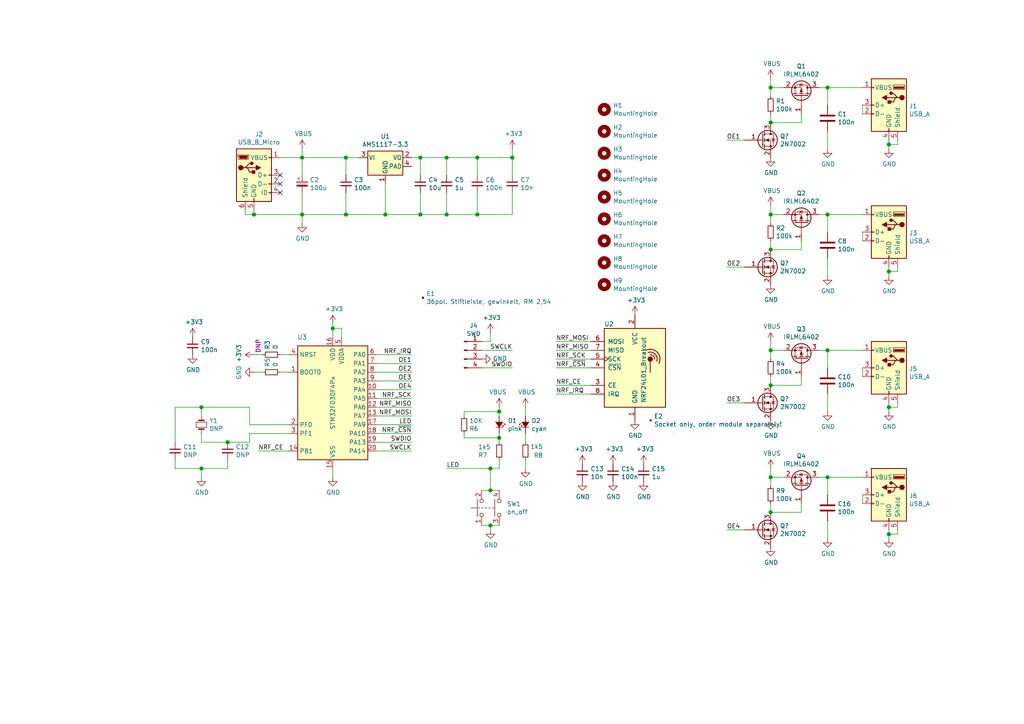
<source format=kicad_sch>
(kicad_sch (version 20200828) (generator eeschema)
  (page 1 1)
  (paper "A4")
  (lib_symbols
    (symbol "4xxx:bom_item" (pin_names (offset 1.016))
      (property "Reference" "E" (at -2.54 0 0))
      (property "Value" "bom_item" (at 1.27 0 0))
    )
    (symbol "Connector:Conn_01x04_Male" (pin_names (offset 1.016) hide)
      (property "Reference" "J" (at 0 5.08 0))
      (property "Value" "Conn_01x04_Male" (at 0 -7.62 0))
      (symbol "Conn_01x04_Male_1_1"
        (pin passive line (at 5.08 2.54 180) (length 3.81) (name "Pin_1") (number "1"))
        (pin passive line (at 5.08 0 180) (length 3.81) (name "Pin_2") (number "2"))
        (pin passive line (at 5.08 -2.54 180) (length 3.81) (name "Pin_3") (number "3"))
        (pin passive line (at 5.08 -5.08 180) (length 3.81) (name "Pin_4") (number "4"))
      )
    )
    (symbol "Connector:USB_A" (pin_names (offset 1.016))
      (property "Reference" "J" (at -5.08 11.43 0))
      (property "Value" "USB_A" (at -5.08 8.89 0))
      (symbol "USB_A_1_1"
        (pin power_in line (at 7.62 5.08 180) (length 2.54) (name "VBUS") (number "1"))
        (pin passive line (at 7.62 -2.54 180) (length 2.54) (name "D-") (number "2"))
        (pin passive line (at 7.62 0 180) (length 2.54) (name "D+") (number "3"))
        (pin power_in line (at 0 -10.16 90) (length 2.54) (name "GND") (number "4"))
        (pin passive line (at -2.54 -10.16 90) (length 2.54) (name "Shield") (number "5"))
      )
    )
    (symbol "Connector:USB_B_Micro" (pin_names (offset 1.016))
      (property "Reference" "J" (at -5.08 11.43 0))
      (property "Value" "USB_B_Micro" (at -5.08 8.89 0))
      (symbol "USB_B_Micro_1_1"
        (pin power_out line (at 7.62 5.08 180) (length 2.54) (name "VBUS") (number "1"))
        (pin passive line (at 7.62 -2.54 180) (length 2.54) (name "D-") (number "2"))
        (pin passive line (at 7.62 0 180) (length 2.54) (name "D+") (number "3"))
        (pin passive line (at 7.62 -5.08 180) (length 2.54) (name "ID") (number "4"))
        (pin power_out line (at 0 -10.16 90) (length 2.54) (name "GND") (number "5"))
        (pin passive line (at -2.54 -10.16 90) (length 2.54) (name "Shield") (number "6"))
      )
    )
    (symbol "Device:C" (pin_numbers hide) (pin_names (offset 0.254))
      (property "Reference" "C" (at 0.635 2.54 0))
      (property "Value" "C" (at 0.635 -2.54 0))
      (symbol "C_1_1"
        (pin passive line (at 0 3.81 270) (length 2.794) (name "~") (number "1"))
        (pin passive line (at 0 -3.81 90) (length 2.794) (name "~") (number "2"))
      )
    )
    (symbol "Device:CP_Small" (pin_numbers hide) (pin_names (offset 0.254) hide)
      (property "Reference" "C" (at 0.254 1.778 0))
      (property "Value" "CP_Small" (at 0.254 -2.032 0))
      (symbol "CP_Small_1_1"
        (pin passive line (at 0 2.54 270) (length 1.8542) (name "~") (number "1"))
        (pin passive line (at 0 -2.54 90) (length 1.8542) (name "~") (number "2"))
      )
    )
    (symbol "Device:C_Small" (pin_numbers hide) (pin_names (offset 0.254) hide)
      (property "Reference" "C" (at 0.254 1.778 0))
      (property "Value" "C_Small" (at 0.254 -2.032 0))
      (symbol "C_Small_1_1"
        (pin passive line (at 0 2.54 270) (length 2.032) (name "~") (number "1"))
        (pin passive line (at 0 -2.54 90) (length 2.032) (name "~") (number "2"))
      )
    )
    (symbol "Device:Crystal_Small" (pin_numbers hide) (pin_names (offset 1.016) hide)
      (property "Reference" "Y" (at 0 2.54 0))
      (property "Value" "Crystal_Small" (at 0 -2.54 0))
      (symbol "Crystal_Small_1_1"
        (pin passive line (at -2.54 0 0) (length 1.27) (name "1") (number "1"))
        (pin passive line (at 2.54 0 180) (length 1.27) (name "2") (number "2"))
      )
    )
    (symbol "Device:LED_Small_ALT" (pin_numbers hide) (pin_names (offset 0.254) hide)
      (property "Reference" "D" (at -1.27 3.175 0))
      (property "Value" "LED_Small_ALT" (at -4.445 -2.54 0))
      (symbol "LED_Small_ALT_1_1"
        (pin passive line (at -2.54 0 0) (length 1.778) (name "K") (number "1"))
        (pin passive line (at 2.54 0 180) (length 1.778) (name "A") (number "2"))
      )
    )
    (symbol "Device:R_Small" (pin_numbers hide) (pin_names (offset 0.254) hide)
      (property "Reference" "R" (at 0.762 0.508 0))
      (property "Value" "R_Small" (at 0.762 -1.016 0))
      (symbol "R_Small_1_1"
        (pin passive line (at 0 2.54 270) (length 0.762) (name "~") (number "1"))
        (pin passive line (at 0 -2.54 90) (length 0.762) (name "~") (number "2"))
      )
    )
    (symbol "MCU_ST_STM32F0:STM32F030F4Px"
      (property "Reference" "U" (at -10.16 16.51 0))
      (property "Value" "STM32F030F4Px" (at 5.08 16.51 0))
      (symbol "STM32F030F4Px_1_1"
        (pin input line (at -12.7 7.62 0) (length 2.54) (name "BOOT0") (number "1"))
        (pin input line (at -12.7 12.7 0) (length 2.54) (name "NRST") (number "4"))
        (pin bidirectional line (at 12.7 12.7 180) (length 2.54) (name "PA0") (number "6"))
        (pin bidirectional line (at 12.7 10.16 180) (length 2.54) (name "PA1") (number "7"))
        (pin bidirectional line (at 12.7 -10.16 180) (length 2.54) (name "PA10") (number "18"))
        (pin bidirectional line (at 12.7 -12.7 180) (length 2.54) (name "PA13") (number "19"))
        (pin bidirectional line (at 12.7 -15.24 180) (length 2.54) (name "PA14") (number "20"))
        (pin bidirectional line (at 12.7 7.62 180) (length 2.54) (name "PA2") (number "8"))
        (pin bidirectional line (at 12.7 5.08 180) (length 2.54) (name "PA3") (number "9"))
        (pin bidirectional line (at 12.7 2.54 180) (length 2.54) (name "PA4") (number "10"))
        (pin bidirectional line (at 12.7 0 180) (length 2.54) (name "PA5") (number "11"))
        (pin bidirectional line (at 12.7 -2.54 180) (length 2.54) (name "PA6") (number "12"))
        (pin bidirectional line (at 12.7 -5.08 180) (length 2.54) (name "PA7") (number "13"))
        (pin bidirectional line (at 12.7 -7.62 180) (length 2.54) (name "PA9") (number "17"))
        (pin bidirectional line (at -12.7 -15.24 0) (length 2.54) (name "PB1") (number "14"))
        (pin input line (at -12.7 -7.62 0) (length 2.54) (name "PF0") (number "2"))
        (pin input line (at -12.7 -10.16 0) (length 2.54) (name "PF1") (number "3"))
        (pin power_in line (at 0 17.78 270) (length 2.54) (name "VDD") (number "16"))
        (pin power_in line (at 2.54 17.78 270) (length 2.54) (name "VDDA") (number "5"))
        (pin power_in line (at 0 -20.32 90) (length 2.54) (name "VSS") (number "15"))
      )
    )
    (symbol "Mechanical:MountingHole" (pin_names (offset 1.016))
      (property "Reference" "H" (at 0 5.08 0))
      (property "Value" "MountingHole" (at 0 3.175 0))
    )
    (symbol "RF:NRF24L01_Breakout" (pin_names (offset 1.016))
      (property "Reference" "U" (at -8.89 12.7 0))
      (property "Value" "NRF24L01_Breakout" (at 3.81 12.7 0))
      (symbol "NRF24L01_Breakout_1_1"
        (pin power_in line (at 0 -15.24 90) (length 3.81) (name "GND") (number "1"))
        (pin power_in line (at 0 15.24 270) (length 3.81) (name "VCC") (number "2"))
        (pin input line (at -12.7 -5.08 0) (length 3.81) (name "CE") (number "3"))
        (pin input line (at -12.7 0 0) (length 3.81) (name "~CSN") (number "4"))
        (pin input clock (at -12.7 2.54 0) (length 3.81) (name "SCK") (number "5"))
        (pin input line (at -12.7 7.62 0) (length 3.81) (name "MOSI") (number "6"))
        (pin output line (at -12.7 5.08 0) (length 3.81) (name "MISO") (number "7"))
        (pin output line (at -12.7 -7.62 0) (length 3.81) (name "IRQ") (number "8"))
      )
    )
    (symbol "Regulator_Linear:AMS1117-3.3" (pin_names (offset 0.254))
      (property "Reference" "U" (at -3.81 3.175 0))
      (property "Value" "AMS1117-3.3" (at 0 3.175 0))
      (symbol "AMS1117-3.3_1_1"
        (pin power_in line (at 0 -7.62 90) (length 2.54) (name "GND") (number "1"))
        (pin power_out line (at 7.62 0 180) (length 2.54) (name "VO") (number "2"))
        (pin power_in line (at -7.62 0 0) (length 2.54) (name "VI") (number "3"))
        (pin power_out line (at 7.62 -2.54 180) (length 2.54) (name "PAD") (number "4"))
      )
    )
    (symbol "Switch:SW_Push_Dual" (pin_names (offset 1.016) hide)
      (property "Reference" "SW" (at 1.27 2.54 0))
      (property "Value" "SW_Push_Dual" (at 0 -6.858 0))
      (symbol "SW_Push_Dual_0_1"
        (pin passive line (at -5.08 0 0) (length 2.54) (name "1") (number "1"))
        (pin passive line (at 5.08 0 180) (length 2.54) (name "2") (number "2"))
        (pin passive line (at -5.08 -5.08 0) (length 2.54) (name "3") (number "3"))
        (pin passive line (at 5.08 -5.08 180) (length 2.54) (name "4") (number "4"))
      )
    )
    (symbol "Transistor_FET:2N7002" (pin_names (offset 0) hide)
      (property "Reference" "Q" (at 5.08 1.905 0))
      (property "Value" "2N7002" (at 5.08 0 0))
      (symbol "2N7002_1_1"
        (pin input line (at -5.08 0 0) (length 5.334) (name "G") (number "1"))
        (pin passive line (at 2.54 -5.08 90) (length 2.54) (name "S") (number "2"))
        (pin passive line (at 2.54 5.08 270) (length 2.54) (name "D") (number "3"))
      )
    )
    (symbol "Transistor_FET:IRLML6402" (pin_names (offset 0) hide)
      (property "Reference" "Q" (at 5.08 1.905 0))
      (property "Value" "IRLML6402" (at 5.08 0 0))
      (symbol "IRLML6402_1_1"
        (pin input line (at -5.08 0 0) (length 2.54) (name "G") (number "1"))
        (pin passive line (at 2.54 -5.08 90) (length 2.54) (name "S") (number "2"))
        (pin passive line (at 2.54 5.08 270) (length 2.54) (name "D") (number "3"))
      )
    )
    (symbol "power:+3V3" (power) (pin_names (offset 0))
      (property "Value" "+3V3" (at 0 3.556 0))
      (symbol "+3V3_1_1"
        (pin power_in line (at 0 0 90) (length 0) hide (name "+3V3") (number "1"))
      )
    )
    (symbol "power:GND" (power) (pin_names (offset 0))
      (property "Value" "GND" (at 0 -3.81 0))
      (symbol "GND_1_1"
        (pin power_in line (at 0 0 270) (length 0) hide (name "GND") (number "1"))
      )
    )
    (symbol "power:VBUS" (power) (pin_names (offset 0))
      (property "Value" "VBUS" (at 0 3.81 0))
      (symbol "VBUS_1_1"
        (pin power_in line (at 0 0 90) (length 0) hide (name "VBUS") (number "1"))
      )
    )
  )
  (junction (at 58.42 118.11) (diameter 1.016))
  (junction (at 58.42 135.89) (diameter 1.016))
  (junction (at 66.04 128.27) (diameter 1.016))
  (junction (at 73.66 62.23) (diameter 1.016))
  (junction (at 87.63 45.72) (diameter 1.016))
  (junction (at 87.63 62.23) (diameter 1.016))
  (junction (at 96.52 95.25) (diameter 1.016))
  (junction (at 100.33 45.72) (diameter 1.016))
  (junction (at 100.33 62.23) (diameter 1.016))
  (junction (at 111.76 62.23) (diameter 1.016))
  (junction (at 121.92 45.72) (diameter 1.016))
  (junction (at 121.92 62.23) (diameter 1.016))
  (junction (at 129.54 45.72) (diameter 1.016))
  (junction (at 129.54 62.23) (diameter 1.016))
  (junction (at 138.43 45.72) (diameter 1.016))
  (junction (at 138.43 62.23) (diameter 1.016))
  (junction (at 142.24 135.89) (diameter 1.016))
  (junction (at 142.24 142.24) (diameter 1.016))
  (junction (at 142.24 152.4) (diameter 1.016))
  (junction (at 144.78 119.38) (diameter 1.016))
  (junction (at 144.78 127) (diameter 1.016))
  (junction (at 148.59 45.72) (diameter 1.016))
  (junction (at 223.52 25.4) (diameter 1.016))
  (junction (at 223.52 35.56) (diameter 1.016))
  (junction (at 223.52 62.23) (diameter 1.016))
  (junction (at 223.52 72.39) (diameter 1.016))
  (junction (at 223.52 101.6) (diameter 1.016))
  (junction (at 223.52 111.76) (diameter 1.016))
  (junction (at 223.52 138.43) (diameter 1.016))
  (junction (at 223.52 148.59) (diameter 1.016))
  (junction (at 240.03 25.4) (diameter 1.016))
  (junction (at 240.03 62.23) (diameter 1.016))
  (junction (at 240.03 101.6) (diameter 1.016))
  (junction (at 240.03 138.43) (diameter 1.016))
  (junction (at 257.81 41.91) (diameter 1.016))
  (junction (at 257.81 78.74) (diameter 1.016))
  (junction (at 257.81 118.11) (diameter 1.016))
  (junction (at 257.81 154.94) (diameter 1.016))
  (no_connect (at 81.28 55.88))
  (no_connect (at 81.28 53.34))
  (no_connect (at 81.28 50.8))
  (wire (pts (xy 50.8 118.11) (xy 58.42 118.11)))
  (wire (pts (xy 50.8 128.27) (xy 50.8 118.11)))
  (wire (pts (xy 50.8 133.35) (xy 50.8 135.89)))
  (wire (pts (xy 50.8 135.89) (xy 58.42 135.89)))
  (wire (pts (xy 58.42 118.11) (xy 58.42 120.65)))
  (wire (pts (xy 58.42 118.11) (xy 72.39 118.11)))
  (wire (pts (xy 58.42 125.73) (xy 58.42 128.27)))
  (wire (pts (xy 58.42 135.89) (xy 66.04 135.89)))
  (wire (pts (xy 58.42 138.43) (xy 58.42 135.89)))
  (wire (pts (xy 66.04 128.27) (xy 58.42 128.27)))
  (wire (pts (xy 66.04 135.89) (xy 66.04 133.35)))
  (wire (pts (xy 71.12 60.96) (xy 71.12 62.23)))
  (wire (pts (xy 71.12 62.23) (xy 73.66 62.23)))
  (wire (pts (xy 72.39 118.11) (xy 72.39 123.19)))
  (wire (pts (xy 72.39 123.19) (xy 83.82 123.19)))
  (wire (pts (xy 72.39 125.73) (xy 72.39 128.27)))
  (wire (pts (xy 72.39 128.27) (xy 66.04 128.27)))
  (wire (pts (xy 73.66 62.23) (xy 73.66 60.96)))
  (wire (pts (xy 73.66 107.95) (xy 76.2 107.95)))
  (wire (pts (xy 74.93 130.81) (xy 83.82 130.81)))
  (wire (pts (xy 76.2 102.87) (xy 73.66 102.87)))
  (wire (pts (xy 81.28 45.72) (xy 87.63 45.72)))
  (wire (pts (xy 81.28 102.87) (xy 83.82 102.87)))
  (wire (pts (xy 81.28 107.95) (xy 83.82 107.95)))
  (wire (pts (xy 83.82 125.73) (xy 72.39 125.73)))
  (wire (pts (xy 87.63 45.72) (xy 87.63 43.18)))
  (wire (pts (xy 87.63 45.72) (xy 87.63 50.8)))
  (wire (pts (xy 87.63 45.72) (xy 100.33 45.72)))
  (wire (pts (xy 87.63 55.88) (xy 87.63 62.23)))
  (wire (pts (xy 87.63 62.23) (xy 73.66 62.23)))
  (wire (pts (xy 87.63 62.23) (xy 100.33 62.23)))
  (wire (pts (xy 87.63 64.77) (xy 87.63 62.23)))
  (wire (pts (xy 96.52 93.98) (xy 96.52 95.25)))
  (wire (pts (xy 96.52 95.25) (xy 96.52 97.79)))
  (wire (pts (xy 96.52 138.43) (xy 96.52 135.89)))
  (wire (pts (xy 99.06 95.25) (xy 96.52 95.25)))
  (wire (pts (xy 99.06 97.79) (xy 99.06 95.25)))
  (wire (pts (xy 100.33 45.72) (xy 100.33 50.8)))
  (wire (pts (xy 100.33 45.72) (xy 104.14 45.72)))
  (wire (pts (xy 100.33 55.88) (xy 100.33 62.23)))
  (wire (pts (xy 100.33 62.23) (xy 111.76 62.23)))
  (wire (pts (xy 109.22 105.41) (xy 119.38 105.41)))
  (wire (pts (xy 109.22 110.49) (xy 119.38 110.49)))
  (wire (pts (xy 109.22 118.11) (xy 119.38 118.11)))
  (wire (pts (xy 109.22 123.19) (xy 119.38 123.19)))
  (wire (pts (xy 109.22 128.27) (xy 119.38 128.27)))
  (wire (pts (xy 111.76 53.34) (xy 111.76 62.23)))
  (wire (pts (xy 111.76 62.23) (xy 121.92 62.23)))
  (wire (pts (xy 119.38 45.72) (xy 121.92 45.72)))
  (wire (pts (xy 119.38 102.87) (xy 109.22 102.87)))
  (wire (pts (xy 119.38 107.95) (xy 109.22 107.95)))
  (wire (pts (xy 119.38 113.03) (xy 109.22 113.03)))
  (wire (pts (xy 119.38 115.57) (xy 109.22 115.57)))
  (wire (pts (xy 119.38 120.65) (xy 109.22 120.65)))
  (wire (pts (xy 119.38 125.73) (xy 109.22 125.73)))
  (wire (pts (xy 119.38 130.81) (xy 109.22 130.81)))
  (wire (pts (xy 121.92 45.72) (xy 129.54 45.72)))
  (wire (pts (xy 121.92 50.8) (xy 121.92 45.72)))
  (wire (pts (xy 121.92 55.88) (xy 121.92 62.23)))
  (wire (pts (xy 121.92 62.23) (xy 129.54 62.23)))
  (wire (pts (xy 129.54 45.72) (xy 138.43 45.72)))
  (wire (pts (xy 129.54 50.8) (xy 129.54 45.72)))
  (wire (pts (xy 129.54 55.88) (xy 129.54 62.23)))
  (wire (pts (xy 129.54 62.23) (xy 138.43 62.23)))
  (wire (pts (xy 129.54 135.89) (xy 142.24 135.89)))
  (wire (pts (xy 134.62 119.38) (xy 134.62 120.65)))
  (wire (pts (xy 134.62 127) (xy 134.62 125.73)))
  (wire (pts (xy 138.43 45.72) (xy 148.59 45.72)))
  (wire (pts (xy 138.43 50.8) (xy 138.43 45.72)))
  (wire (pts (xy 138.43 55.88) (xy 138.43 62.23)))
  (wire (pts (xy 138.43 62.23) (xy 148.59 62.23)))
  (wire (pts (xy 139.7 101.6) (xy 148.59 101.6)))
  (wire (pts (xy 139.7 106.68) (xy 148.59 106.68)))
  (wire (pts (xy 139.7 142.24) (xy 142.24 142.24)))
  (wire (pts (xy 139.7 152.4) (xy 142.24 152.4)))
  (wire (pts (xy 142.24 96.52) (xy 142.24 99.06)))
  (wire (pts (xy 142.24 99.06) (xy 139.7 99.06)))
  (wire (pts (xy 142.24 135.89) (xy 144.78 135.89)))
  (wire (pts (xy 142.24 142.24) (xy 142.24 135.89)))
  (wire (pts (xy 142.24 142.24) (xy 144.78 142.24)))
  (wire (pts (xy 142.24 152.4) (xy 142.24 153.67)))
  (wire (pts (xy 142.24 152.4) (xy 144.78 152.4)))
  (wire (pts (xy 144.78 118.11) (xy 144.78 119.38)))
  (wire (pts (xy 144.78 119.38) (xy 134.62 119.38)))
  (wire (pts (xy 144.78 119.38) (xy 144.78 120.65)))
  (wire (pts (xy 144.78 125.73) (xy 144.78 127)))
  (wire (pts (xy 144.78 127) (xy 134.62 127)))
  (wire (pts (xy 144.78 127) (xy 144.78 128.27)))
  (wire (pts (xy 144.78 135.89) (xy 144.78 133.35)))
  (wire (pts (xy 148.59 43.18) (xy 148.59 45.72)))
  (wire (pts (xy 148.59 45.72) (xy 148.59 50.8)))
  (wire (pts (xy 148.59 62.23) (xy 148.59 55.88)))
  (wire (pts (xy 152.4 118.11) (xy 152.4 120.65)))
  (wire (pts (xy 152.4 125.73) (xy 152.4 128.27)))
  (wire (pts (xy 152.4 135.89) (xy 152.4 133.35)))
  (wire (pts (xy 161.29 99.06) (xy 171.45 99.06)))
  (wire (pts (xy 161.29 104.14) (xy 171.45 104.14)))
  (wire (pts (xy 161.29 111.76) (xy 171.45 111.76)))
  (wire (pts (xy 161.29 114.3) (xy 171.45 114.3)))
  (wire (pts (xy 171.45 101.6) (xy 161.29 101.6)))
  (wire (pts (xy 171.45 106.68) (xy 161.29 106.68)))
  (wire (pts (xy 210.82 40.64) (xy 215.9 40.64)))
  (wire (pts (xy 210.82 77.47) (xy 215.9 77.47)))
  (wire (pts (xy 210.82 116.84) (xy 215.9 116.84)))
  (wire (pts (xy 210.82 153.67) (xy 215.9 153.67)))
  (wire (pts (xy 223.52 22.86) (xy 223.52 25.4)))
  (wire (pts (xy 223.52 25.4) (xy 223.52 27.94)))
  (wire (pts (xy 223.52 33.02) (xy 223.52 35.56)))
  (wire (pts (xy 223.52 35.56) (xy 232.41 35.56)))
  (wire (pts (xy 223.52 59.69) (xy 223.52 62.23)))
  (wire (pts (xy 223.52 62.23) (xy 223.52 64.77)))
  (wire (pts (xy 223.52 69.85) (xy 223.52 72.39)))
  (wire (pts (xy 223.52 72.39) (xy 232.41 72.39)))
  (wire (pts (xy 223.52 99.06) (xy 223.52 101.6)))
  (wire (pts (xy 223.52 101.6) (xy 223.52 104.14)))
  (wire (pts (xy 223.52 109.22) (xy 223.52 111.76)))
  (wire (pts (xy 223.52 111.76) (xy 232.41 111.76)))
  (wire (pts (xy 223.52 135.89) (xy 223.52 138.43)))
  (wire (pts (xy 223.52 138.43) (xy 223.52 140.97)))
  (wire (pts (xy 223.52 146.05) (xy 223.52 148.59)))
  (wire (pts (xy 223.52 148.59) (xy 232.41 148.59)))
  (wire (pts (xy 227.33 25.4) (xy 223.52 25.4)))
  (wire (pts (xy 227.33 62.23) (xy 223.52 62.23)))
  (wire (pts (xy 227.33 101.6) (xy 223.52 101.6)))
  (wire (pts (xy 227.33 138.43) (xy 223.52 138.43)))
  (wire (pts (xy 232.41 35.56) (xy 232.41 33.02)))
  (wire (pts (xy 232.41 72.39) (xy 232.41 69.85)))
  (wire (pts (xy 232.41 111.76) (xy 232.41 109.22)))
  (wire (pts (xy 232.41 148.59) (xy 232.41 146.05)))
  (wire (pts (xy 237.49 25.4) (xy 240.03 25.4)))
  (wire (pts (xy 237.49 62.23) (xy 240.03 62.23)))
  (wire (pts (xy 237.49 101.6) (xy 240.03 101.6)))
  (wire (pts (xy 237.49 138.43) (xy 240.03 138.43)))
  (wire (pts (xy 240.03 25.4) (xy 250.19 25.4)))
  (wire (pts (xy 240.03 30.48) (xy 240.03 25.4)))
  (wire (pts (xy 240.03 43.18) (xy 240.03 38.1)))
  (wire (pts (xy 240.03 62.23) (xy 250.19 62.23)))
  (wire (pts (xy 240.03 67.31) (xy 240.03 62.23)))
  (wire (pts (xy 240.03 80.01) (xy 240.03 74.93)))
  (wire (pts (xy 240.03 101.6) (xy 250.19 101.6)))
  (wire (pts (xy 240.03 106.68) (xy 240.03 101.6)))
  (wire (pts (xy 240.03 119.38) (xy 240.03 114.3)))
  (wire (pts (xy 240.03 138.43) (xy 250.19 138.43)))
  (wire (pts (xy 240.03 143.51) (xy 240.03 138.43)))
  (wire (pts (xy 240.03 156.21) (xy 240.03 151.13)))
  (wire (pts (xy 250.19 30.48) (xy 250.19 33.02)))
  (wire (pts (xy 250.19 67.31) (xy 250.19 69.85)))
  (wire (pts (xy 250.19 106.68) (xy 250.19 109.22)))
  (wire (pts (xy 250.19 143.51) (xy 250.19 146.05)))
  (wire (pts (xy 257.81 41.91) (xy 257.81 40.64)))
  (wire (pts (xy 257.81 43.18) (xy 257.81 41.91)))
  (wire (pts (xy 257.81 78.74) (xy 257.81 77.47)))
  (wire (pts (xy 257.81 80.01) (xy 257.81 78.74)))
  (wire (pts (xy 257.81 118.11) (xy 257.81 116.84)))
  (wire (pts (xy 257.81 119.38) (xy 257.81 118.11)))
  (wire (pts (xy 257.81 154.94) (xy 257.81 153.67)))
  (wire (pts (xy 257.81 156.21) (xy 257.81 154.94)))
  (wire (pts (xy 260.35 40.64) (xy 260.35 41.91)))
  (wire (pts (xy 260.35 41.91) (xy 257.81 41.91)))
  (wire (pts (xy 260.35 77.47) (xy 260.35 78.74)))
  (wire (pts (xy 260.35 78.74) (xy 257.81 78.74)))
  (wire (pts (xy 260.35 116.84) (xy 260.35 118.11)))
  (wire (pts (xy 260.35 118.11) (xy 257.81 118.11)))
  (wire (pts (xy 260.35 153.67) (xy 260.35 154.94)))
  (wire (pts (xy 260.35 154.94) (xy 257.81 154.94)))
  (label "NRF_CE" (at 74.93 130.81 0))
  (label "NRF_IRQ" (at 119.38 102.87 180))
  (label "OE1" (at 119.38 105.41 180))
  (label "OE2" (at 119.38 107.95 180))
  (label "OE3" (at 119.38 110.49 180))
  (label "OE4" (at 119.38 113.03 180))
  (label "NRF_SCK" (at 119.38 115.57 180))
  (label "NRF_MISO" (at 119.38 118.11 180))
  (label "NRF_MOSI" (at 119.38 120.65 180))
  (label "LED" (at 119.38 123.19 180))
  (label "NRF_~CSN" (at 119.38 125.73 180))
  (label "SWDIO" (at 119.38 128.27 180))
  (label "SWCLK" (at 119.38 130.81 180))
  (label "LED" (at 129.54 135.89 0))
  (label "SWCLK" (at 148.59 101.6 180))
  (label "SWDIO" (at 148.59 106.68 180))
  (label "NRF_MOSI" (at 161.29 99.06 0))
  (label "NRF_MISO" (at 161.29 101.6 0))
  (label "NRF_SCK" (at 161.29 104.14 0))
  (label "NRF_~CSN" (at 161.29 106.68 0))
  (label "NRF_CE" (at 161.29 111.76 0))
  (label "NRF_IRQ" (at 161.29 114.3 0))
  (label "OE1" (at 210.82 40.64 0))
  (label "OE2" (at 210.82 77.47 0))
  (label "OE3" (at 210.82 116.84 0))
  (label "OE4" (at 210.82 153.67 0))
  (symbol (lib_id "4xxx:bom_item") (at 125.73 86.36 0) (unit 1)
    (property "Reference" "E1" (at 123.6472 85.1916 0) (effects (justify left)))
    (property "Value" "36pol. Stiftleiste, gewinkelt, RM 2,54" (at 123.6472 87.503 0) (effects (justify left)))
    (property "Reichelt" "SL 1X36W 2,54" (effects hide))
  )
  (symbol (lib_id "4xxx:bom_item") (at 191.77 121.92 0) (unit 1)
    (property "Reference" "E2" (at 189.6872 120.7516 0) (effects (justify left)))
    (property "Value" "Socket only, order module separately!" (at 189.6872 123.063 0) (effects (justify left)))
    (property "Reichelt" "Order module separately" (effects hide))
  )
  (symbol (lib_id "power:+3V3") (at 55.88 97.79 0) (unit 1)
    (property "Reference" "#PWR0127" (effects hide))
    (property "Value" "+3V3" (at 56.261 93.3958 0))
  )
  (symbol (lib_id "power:+3V3") (at 73.66 102.87 90) (unit 1)
    (property "Reference" "#PWR0120" (effects hide))
    (property "Value" "+3V3" (at 69.2658 102.489 0))
  )
  (symbol (lib_id "power:VBUS") (at 87.63 43.18 0) (unit 1)
    (property "Reference" "#PWR0103" (effects hide))
    (property "Value" "VBUS" (at 88.011 38.7858 0))
  )
  (symbol (lib_id "power:+3V3") (at 96.52 93.98 0) (unit 1)
    (property "Reference" "#PWR0117" (effects hide))
    (property "Value" "+3V3" (at 96.901 89.5858 0))
  )
  (symbol (lib_id "power:+3V3") (at 142.24 96.52 0) (unit 1)
    (property "Reference" "#PWR0118" (effects hide))
    (property "Value" "+3V3" (at 142.621 92.1258 0))
  )
  (symbol (lib_id "power:VBUS") (at 144.78 118.11 0) (mirror y) (unit 1)
    (property "Reference" "#PWR0122" (effects hide))
    (property "Value" "VBUS" (at 144.399 113.7158 0))
  )
  (symbol (lib_id "power:+3V3") (at 148.59 43.18 0) (unit 1)
    (property "Reference" "#PWR0136" (effects hide))
    (property "Value" "+3V3" (at 148.971 38.7858 0))
  )
  (symbol (lib_id "power:VBUS") (at 152.4 118.11 0) (unit 1)
    (property "Reference" "#PWR0123" (effects hide))
    (property "Value" "VBUS" (at 152.781 113.7158 0))
  )
  (symbol (lib_id "power:+3V3") (at 168.91 134.62 0) (unit 1)
    (property "Reference" "#PWR0134" (effects hide))
    (property "Value" "+3V3" (at 169.291 130.2258 0))
  )
  (symbol (lib_id "power:+3V3") (at 177.8 134.62 0) (unit 1)
    (property "Reference" "#PWR0126" (effects hide))
    (property "Value" "+3V3" (at 178.181 130.2258 0))
  )
  (symbol (lib_id "power:+3V3") (at 184.15 91.44 0) (unit 1)
    (property "Reference" "#PWR0131" (effects hide))
    (property "Value" "+3V3" (at 184.531 87.0458 0))
  )
  (symbol (lib_id "power:+3V3") (at 186.69 134.62 0) (unit 1)
    (property "Reference" "#PWR0125" (effects hide))
    (property "Value" "+3V3" (at 187.071 130.2258 0))
  )
  (symbol (lib_id "power:VBUS") (at 223.52 22.86 0) (unit 1)
    (property "Reference" "#PWR0102" (effects hide))
    (property "Value" "VBUS" (at 223.901 18.4658 0))
  )
  (symbol (lib_id "power:VBUS") (at 223.52 59.69 0) (unit 1)
    (property "Reference" "#PWR0108" (effects hide))
    (property "Value" "VBUS" (at 223.901 55.2958 0))
  )
  (symbol (lib_id "power:VBUS") (at 223.52 99.06 0) (unit 1)
    (property "Reference" "#PWR0114" (effects hide))
    (property "Value" "VBUS" (at 223.901 94.6658 0))
  )
  (symbol (lib_id "power:VBUS") (at 223.52 135.89 0) (unit 1)
    (property "Reference" "#PWR0109" (effects hide))
    (property "Value" "VBUS" (at 223.901 131.4958 0))
  )
  (symbol (lib_id "power:GND") (at 55.88 102.87 0) (unit 1)
    (property "Reference" "#PWR0130" (effects hide))
    (property "Value" "GND" (at 56.007 107.2642 0))
  )
  (symbol (lib_id "power:GND") (at 58.42 138.43 0) (unit 1)
    (property "Reference" "#PWR0116" (effects hide))
    (property "Value" "GND" (at 58.547 142.8242 0))
  )
  (symbol (lib_id "power:GND") (at 73.66 107.95 270) (unit 1)
    (property "Reference" "#PWR0121" (effects hide))
    (property "Value" "GND" (at 69.2658 108.077 0))
  )
  (symbol (lib_id "power:GND") (at 87.63 64.77 0) (unit 1)
    (property "Reference" "#PWR0104" (effects hide))
    (property "Value" "GND" (at 87.757 69.1642 0))
  )
  (symbol (lib_id "power:GND") (at 96.52 138.43 0) (unit 1)
    (property "Reference" "#PWR0115" (effects hide))
    (property "Value" "GND" (at 96.647 142.8242 0))
  )
  (symbol (lib_id "power:GND") (at 139.7 104.14 90) (unit 1)
    (property "Reference" "#PWR0119" (effects hide))
    (property "Value" "GND" (at 142.9512 104.013 90) (effects (justify right)))
  )
  (symbol (lib_id "power:GND") (at 142.24 153.67 0) (unit 1)
    (property "Reference" "#PWR0135" (effects hide))
    (property "Value" "GND" (at 142.367 158.0642 0))
  )
  (symbol (lib_id "power:GND") (at 152.4 135.89 0) (unit 1)
    (property "Reference" "#PWR0124" (effects hide))
    (property "Value" "GND" (at 152.527 140.2842 0))
  )
  (symbol (lib_id "power:GND") (at 168.91 139.7 0) (unit 1)
    (property "Reference" "#PWR0133" (effects hide))
    (property "Value" "GND" (at 169.037 144.0942 0))
  )
  (symbol (lib_id "power:GND") (at 177.8 139.7 0) (unit 1)
    (property "Reference" "#PWR0129" (effects hide))
    (property "Value" "GND" (at 177.927 144.0942 0))
  )
  (symbol (lib_id "power:GND") (at 184.15 121.92 0) (unit 1)
    (property "Reference" "#PWR0132" (effects hide))
    (property "Value" "GND" (at 184.277 126.3142 0))
  )
  (symbol (lib_id "power:GND") (at 186.69 139.7 0) (unit 1)
    (property "Reference" "#PWR0128" (effects hide))
    (property "Value" "GND" (at 186.817 144.0942 0))
  )
  (symbol (lib_id "power:GND") (at 223.52 45.72 0) (unit 1)
    (property "Reference" "#PWR?" (effects hide))
    (property "Value" "GND" (at 223.647 50.1142 0))
  )
  (symbol (lib_id "power:GND") (at 223.52 82.55 0) (unit 1)
    (property "Reference" "#PWR?" (effects hide))
    (property "Value" "GND" (at 223.647 86.9442 0))
  )
  (symbol (lib_id "power:GND") (at 223.52 121.92 0) (unit 1)
    (property "Reference" "#PWR?" (effects hide))
    (property "Value" "GND" (at 223.647 126.3142 0))
  )
  (symbol (lib_id "power:GND") (at 223.52 158.75 0) (unit 1)
    (property "Reference" "#PWR?" (effects hide))
    (property "Value" "GND" (at 223.647 163.1442 0))
  )
  (symbol (lib_id "power:GND") (at 240.03 43.18 0) (unit 1)
    (property "Reference" "#PWR0105" (effects hide))
    (property "Value" "GND" (at 240.157 47.5742 0))
  )
  (symbol (lib_id "power:GND") (at 240.03 80.01 0) (unit 1)
    (property "Reference" "#PWR0106" (effects hide))
    (property "Value" "GND" (at 240.157 84.4042 0))
  )
  (symbol (lib_id "power:GND") (at 240.03 119.38 0) (unit 1)
    (property "Reference" "#PWR0110" (effects hide))
    (property "Value" "GND" (at 240.157 123.7742 0))
  )
  (symbol (lib_id "power:GND") (at 240.03 156.21 0) (unit 1)
    (property "Reference" "#PWR0111" (effects hide))
    (property "Value" "GND" (at 240.157 160.6042 0))
  )
  (symbol (lib_id "power:GND") (at 257.81 43.18 0) (unit 1)
    (property "Reference" "#PWR0101" (effects hide))
    (property "Value" "GND" (at 257.937 47.5742 0))
  )
  (symbol (lib_id "power:GND") (at 257.81 80.01 0) (unit 1)
    (property "Reference" "#PWR0107" (effects hide))
    (property "Value" "GND" (at 257.937 84.4042 0))
  )
  (symbol (lib_id "power:GND") (at 257.81 119.38 0) (unit 1)
    (property "Reference" "#PWR0113" (effects hide))
    (property "Value" "GND" (at 257.937 123.7742 0))
  )
  (symbol (lib_id "power:GND") (at 257.81 156.21 0) (unit 1)
    (property "Reference" "#PWR0112" (effects hide))
    (property "Value" "GND" (at 257.937 160.6042 0))
  )
  (symbol (lib_id "Device:R_Small") (at 78.74 102.87 90) (unit 1)
    (property "Reference" "R3" (at 77.5716 101.3714 0) (effects (justify left)))
    (property "Value" "0" (at 79.883 101.3714 0) (effects (justify left)))
    (property "Footprint" "Resistor_SMD:R_0603_1608Metric" (effects hide))
    (property "Reichelt" "SMD-0603 0" (effects hide))
    (property "DNP" "DNP" (at 74.93 100.33 0))
  )
  (symbol (lib_id "Device:R_Small") (at 78.74 107.95 90) (unit 1)
    (property "Reference" "R5" (at 77.5716 106.4514 0) (effects (justify left)))
    (property "Value" "0" (at 79.883 106.4514 0) (effects (justify left)))
    (property "Footprint" "Resistor_SMD:R_0603_1608Metric" (effects hide))
    (property "Reichelt" "SMD-0603 0" (effects hide))
  )
  (symbol (lib_id "Device:R_Small") (at 134.62 123.19 0) (mirror x) (unit 1)
    (property "Reference" "R6" (at 136.1186 124.3584 0) (effects (justify left)))
    (property "Value" "10K" (at 136.1186 122.047 0) (effects (justify left)))
    (property "Footprint" "Resistor_SMD:R_0603_1608Metric" (effects hide))
    (property "Reichelt" "SMD-0603 10K" (effects hide))
  )
  (symbol (lib_id "Device:R_Small") (at 144.78 130.81 0) (mirror x) (unit 1)
    (property "Reference" "R7" (at 138.6586 131.9784 0) (effects (justify left)))
    (property "Value" "1k5" (at 138.6586 129.667 0) (effects (justify left)))
    (property "Footprint" "Resistor_SMD:R_0603_1608Metric" (effects hide))
    (property "Reichelt" "SMD-0603 1,5K" (effects hide))
  )
  (symbol (lib_id "Device:R_Small") (at 152.4 130.81 180) (unit 1)
    (property "Reference" "R8" (at 157.48 132.08 0) (effects (justify left)))
    (property "Value" "1k5" (at 157.48 129.54 0) (effects (justify left)))
    (property "Footprint" "Resistor_SMD:R_0603_1608Metric" (effects hide))
    (property "Reichelt" "SMD-0603 1,5K" (effects hide))
  )
  (symbol (lib_id "Device:R_Small") (at 223.52 30.48 0) (unit 1)
    (property "Reference" "R1" (at 225.0186 29.3116 0) (effects (justify left)))
    (property "Value" "100k" (at 225.0186 31.623 0) (effects (justify left)))
    (property "Footprint" "Resistor_SMD:R_0603_1608Metric" (effects hide))
    (property "Reichelt" "SMD-0603 100K" (effects hide))
  )
  (symbol (lib_id "Device:R_Small") (at 223.52 67.31 0) (unit 1)
    (property "Reference" "R2" (at 225.0186 66.1416 0) (effects (justify left)))
    (property "Value" "100k" (at 225.0186 68.453 0) (effects (justify left)))
    (property "Footprint" "Resistor_SMD:R_0603_1608Metric" (effects hide))
    (property "Reichelt" "SMD-0603 100K" (effects hide))
  )
  (symbol (lib_id "Device:R_Small") (at 223.52 106.68 0) (unit 1)
    (property "Reference" "R4" (at 225.0186 105.5116 0) (effects (justify left)))
    (property "Value" "100k" (at 225.0186 107.823 0) (effects (justify left)))
    (property "Footprint" "Resistor_SMD:R_0603_1608Metric" (effects hide))
    (property "Reichelt" "SMD-0603 100K" (effects hide))
  )
  (symbol (lib_id "Device:R_Small") (at 223.52 143.51 0) (unit 1)
    (property "Reference" "R9" (at 225.0186 142.3416 0) (effects (justify left)))
    (property "Value" "100k" (at 225.0186 144.653 0) (effects (justify left)))
    (property "Footprint" "Resistor_SMD:R_0603_1608Metric" (effects hide))
    (property "Reichelt" "SMD-0603 100K" (effects hide))
  )
  (symbol (lib_id "Mechanical:MountingHole") (at 175.26 31.75 0) (unit 1)
    (property "Reference" "H1" (at 177.8 30.5816 0) (effects (justify left)))
    (property "Value" "MountingHole" (at 177.8 32.893 0) (effects (justify left)))
    (property "Footprint" "MountingHole:MountingHole_3.2mm_M3" (effects hide))
  )
  (symbol (lib_id "Mechanical:MountingHole") (at 175.26 38.1 0) (unit 1)
    (property "Reference" "H2" (at 177.8 36.9316 0) (effects (justify left)))
    (property "Value" "MountingHole" (at 177.8 39.243 0) (effects (justify left)))
    (property "Footprint" "MountingHole:MountingHole_3.2mm_M3" (effects hide))
  )
  (symbol (lib_id "Mechanical:MountingHole") (at 175.26 44.45 0) (unit 1)
    (property "Reference" "H3" (at 177.8 43.2816 0) (effects (justify left)))
    (property "Value" "MountingHole" (at 177.8 45.593 0) (effects (justify left)))
    (property "Footprint" "MountingHole:MountingHole_3.2mm_M3" (effects hide))
  )
  (symbol (lib_id "Mechanical:MountingHole") (at 175.26 50.8 0) (unit 1)
    (property "Reference" "H4" (at 177.8 49.6316 0) (effects (justify left)))
    (property "Value" "MountingHole" (at 177.8 51.943 0) (effects (justify left)))
    (property "Footprint" "MountingHole:MountingHole_3.2mm_M3" (effects hide))
  )
  (symbol (lib_id "Mechanical:MountingHole") (at 175.26 57.15 0) (unit 1)
    (property "Reference" "H5" (at 177.8 55.9816 0) (effects (justify left)))
    (property "Value" "MountingHole" (at 177.8 58.293 0) (effects (justify left)))
    (property "Footprint" "MountingHole:MountingHole_3.2mm_M3" (effects hide))
  )
  (symbol (lib_id "Mechanical:MountingHole") (at 175.26 63.5 0) (unit 1)
    (property "Reference" "H6" (at 177.8 62.3316 0) (effects (justify left)))
    (property "Value" "MountingHole" (at 177.8 64.643 0) (effects (justify left)))
    (property "Footprint" "MountingHole:MountingHole_3.2mm_M3" (effects hide))
  )
  (symbol (lib_id "Mechanical:MountingHole") (at 175.26 69.85 0) (unit 1)
    (property "Reference" "H7" (at 177.8 68.6816 0) (effects (justify left)))
    (property "Value" "MountingHole" (at 177.8 70.993 0) (effects (justify left)))
    (property "Footprint" "MountingHole:MountingHole_3.2mm_M3" (effects hide))
  )
  (symbol (lib_id "Mechanical:MountingHole") (at 175.26 76.2 0) (unit 1)
    (property "Reference" "H8" (at 177.8 75.0316 0) (effects (justify left)))
    (property "Value" "MountingHole" (at 177.8 77.343 0) (effects (justify left)))
    (property "Footprint" "MountingHole:MountingHole_3.2mm_M3" (effects hide))
  )
  (symbol (lib_id "Mechanical:MountingHole") (at 175.26 82.55 0) (unit 1)
    (property "Reference" "H9" (at 177.8 81.3816 0) (effects (justify left)))
    (property "Value" "MountingHole" (at 177.8 83.693 0) (effects (justify left)))
    (property "Footprint" "MountingHole:MountingHole_3.2mm_M3" (effects hide))
  )
  (symbol (lib_id "Device:LED_Small_ALT") (at 144.78 123.19 270) (mirror x) (unit 1)
    (property "Reference" "D1" (at 147.2692 122.0216 90) (effects (justify left)))
    (property "Value" "pink" (at 147.2692 124.333 90) (effects (justify left)))
    (property "Footprint" "LED_SMD:LED_PLCC_2835" (effects hide))
    (property "Reichelt" "SLO SMD-NPLCC-0" (effects hide))
  )
  (symbol (lib_id "Device:LED_Small_ALT") (at 152.4 123.19 90) (unit 1)
    (property "Reference" "D2" (at 154.1272 122.0216 90) (effects (justify right)))
    (property "Value" "cyan" (at 154.1272 124.333 90) (effects (justify right)))
    (property "Footprint" "LED_SMD:LED_PLCC_2835" (effects hide))
    (property "Reichelt" "EVL 67-21/RSC-F" (effects hide))
  )
  (symbol (lib_id "Device:Crystal_Small") (at 58.42 123.19 270) (unit 1)
    (property "Reference" "Y1" (at 60.6552 122.0216 90) (effects (justify left)))
    (property "Value" "DNP" (at 60.6552 124.333 90) (effects (justify left)))
    (property "Footprint" "Crystal:Crystal_SMD_HC49-SD" (effects hide))
  )
  (symbol (lib_id "Device:CP_Small") (at 87.63 53.34 0) (unit 1)
    (property "Reference" "C2" (at 89.8652 52.1716 0) (effects (justify left)))
    (property "Value" "100u" (at 89.8652 54.483 0) (effects (justify left)))
    (property "Footprint" "Capacitor_SMD:CP_Elec_8x6.2" (effects hide))
    (property "Reichelt" "HD-V 100U 10" (effects hide))
  )
  (symbol (lib_id "Device:C_Small") (at 50.8 130.81 0) (unit 1)
    (property "Reference" "C11" (at 53.1368 129.6416 0) (effects (justify left)))
    (property "Value" "DNP" (at 53.1368 131.953 0) (effects (justify left)))
    (property "Footprint" "Capacitor_SMD:C_0603_1608Metric" (effects hide))
    (property "Reichelt" "NPO-G0603 22P" (effects hide))
  )
  (symbol (lib_id "Device:C_Small") (at 55.88 100.33 0) (unit 1)
    (property "Reference" "C9" (at 58.2168 99.1616 0) (effects (justify left)))
    (property "Value" "100n" (at 58.2168 101.473 0) (effects (justify left)))
    (property "Footprint" "Capacitor_SMD:C_0603_1608Metric" (effects hide))
    (property "Reichelt" "X7R-G0603 100N" (effects hide))
  )
  (symbol (lib_id "Device:C_Small") (at 66.04 130.81 0) (unit 1)
    (property "Reference" "C12" (at 68.3768 129.6416 0) (effects (justify left)))
    (property "Value" "DNP" (at 68.3768 131.953 0) (effects (justify left)))
    (property "Footprint" "Capacitor_SMD:C_0603_1608Metric" (effects hide))
    (property "Reichelt" "NPO-G0603 22P" (effects hide))
  )
  (symbol (lib_id "Device:C_Small") (at 100.33 53.34 0) (unit 1)
    (property "Reference" "C3" (at 102.6668 52.1716 0) (effects (justify left)))
    (property "Value" "100n" (at 102.6668 54.483 0) (effects (justify left)))
    (property "Footprint" "Capacitor_SMD:C_0603_1608Metric" (effects hide))
    (property "Reichelt" "X7R-G0603 100N" (effects hide))
  )
  (symbol (lib_id "Device:C_Small") (at 121.92 53.34 0) (unit 1)
    (property "Reference" "C4" (at 124.2568 52.1716 0) (effects (justify left)))
    (property "Value" "10u" (at 124.2568 54.483 0) (effects (justify left)))
    (property "Footprint" "Capacitor_SMD:C_0805_2012Metric" (effects hide))
    (property "Reichelt" "X5R-G0805 10/16" (effects hide))
  )
  (symbol (lib_id "Device:C_Small") (at 129.54 53.34 0) (unit 1)
    (property "Reference" "C5" (at 131.8768 52.1716 0) (effects (justify left)))
    (property "Value" "1u" (at 131.8768 54.483 0) (effects (justify left)))
    (property "Footprint" "Capacitor_SMD:C_0603_1608Metric" (effects hide))
    (property "Reichelt" "X7R-G0603 1,0/16" (effects hide))
  )
  (symbol (lib_id "Device:C_Small") (at 138.43 53.34 0) (unit 1)
    (property "Reference" "C6" (at 140.7668 52.1716 0) (effects (justify left)))
    (property "Value" "100n" (at 140.7668 54.483 0) (effects (justify left)))
    (property "Footprint" "Capacitor_SMD:C_0603_1608Metric" (effects hide))
    (property "Reichelt" "X7R-G0603 100N" (effects hide))
  )
  (symbol (lib_id "Device:C_Small") (at 148.59 53.34 0) (unit 1)
    (property "Reference" "C7" (at 150.9268 52.1716 0) (effects (justify left)))
    (property "Value" "10n" (at 150.9268 54.483 0) (effects (justify left)))
    (property "Footprint" "Capacitor_SMD:C_0603_1608Metric" (effects hide))
    (property "Reichelt" "X7R-G0603 10N" (effects hide))
  )
  (symbol (lib_id "Device:C_Small") (at 168.91 137.16 0) (unit 1)
    (property "Reference" "C13" (at 171.2468 135.9916 0) (effects (justify left)))
    (property "Value" "10n" (at 171.2468 138.303 0) (effects (justify left)))
    (property "Footprint" "Capacitor_SMD:C_0603_1608Metric" (effects hide))
    (property "Reichelt" "X7R-G0603 10N" (effects hide))
  )
  (symbol (lib_id "Device:C_Small") (at 177.8 137.16 0) (unit 1)
    (property "Reference" "C14" (at 180.1368 135.9916 0) (effects (justify left)))
    (property "Value" "100n" (at 180.1368 138.303 0) (effects (justify left)))
    (property "Footprint" "Capacitor_SMD:C_0603_1608Metric" (effects hide))
    (property "Reichelt" "X7R-G0603 100N" (effects hide))
  )
  (symbol (lib_id "Device:C_Small") (at 186.69 137.16 0) (unit 1)
    (property "Reference" "C15" (at 189.0268 135.9916 0) (effects (justify left)))
    (property "Value" "1u" (at 189.0268 138.303 0) (effects (justify left)))
    (property "Footprint" "Capacitor_SMD:C_0603_1608Metric" (effects hide))
    (property "Reichelt" "X7R-G0603 1,0/16" (effects hide))
  )
  (symbol (lib_id "Device:C") (at 240.03 34.29 0) (unit 1)
    (property "Reference" "C1" (at 242.951 33.1216 0) (effects (justify left)))
    (property "Value" "100n" (at 242.951 35.433 0) (effects (justify left)))
    (property "Footprint" "Capacitor_SMD:C_0603_1608Metric" (effects hide))
    (property "Reichelt" "X7R-G0603 100N" (effects hide))
  )
  (symbol (lib_id "Device:C") (at 240.03 71.12 0) (unit 1)
    (property "Reference" "C8" (at 242.951 69.9516 0) (effects (justify left)))
    (property "Value" "100n" (at 242.951 72.263 0) (effects (justify left)))
    (property "Footprint" "Capacitor_SMD:C_0603_1608Metric" (effects hide))
    (property "Reichelt" "X7R-G0603 100N" (effects hide))
  )
  (symbol (lib_id "Device:C") (at 240.03 110.49 0) (unit 1)
    (property "Reference" "C10" (at 242.951 109.3216 0) (effects (justify left)))
    (property "Value" "100n" (at 242.951 111.633 0) (effects (justify left)))
    (property "Footprint" "Capacitor_SMD:C_0603_1608Metric" (effects hide))
    (property "Reichelt" "X7R-G0603 100N" (effects hide))
  )
  (symbol (lib_id "Device:C") (at 240.03 147.32 0) (unit 1)
    (property "Reference" "C16" (at 242.951 146.1516 0) (effects (justify left)))
    (property "Value" "100n" (at 242.951 148.463 0) (effects (justify left)))
    (property "Footprint" "Capacitor_SMD:C_0603_1608Metric" (effects hide))
    (property "Reichelt" "X7R-G0603 100N" (effects hide))
  )
  (symbol (lib_id "Connector:Conn_01x04_Male") (at 134.62 101.6 0) (unit 1)
    (property "Reference" "J4" (at 137.3632 94.4626 0))
    (property "Value" "SWD" (at 137.3632 96.774 0))
    (property "Footprint" "Connector_PinHeader_2.54mm:PinHeader_1x04_P2.54mm_Vertical" (effects hide))
    (property "Reichelt" "RND 205-00625" (effects hide))
  )
  (symbol (lib_id "Switch:SW_Push_Dual") (at 139.7 147.32 90) (unit 1)
    (property "Reference" "SW1" (at 147.0152 146.1516 90) (effects (justify right)))
    (property "Value" "on_off" (at 147.0152 148.463 90) (effects (justify right)))
    (property "Footprint" "Button_Switch_THT:SW_PUSH_6mm" (effects hide))
    (property "Reichelt" "TASTER 9302" (effects hide))
  )
  (symbol (lib_id "Transistor_FET:2N7002") (at 220.98 40.64 0) (unit 1)
    (property "Reference" "Q?" (at 226.2125 39.4906 0) (effects (justify left)))
    (property "Value" "2N7002" (at 226.2125 41.7893 0) (effects (justify left)))
    (property "Footprint" "Package_TO_SOT_SMD:SOT-23" (effects hide))
    (property "Datasheet" "https://www.fairchildsemi.com/datasheets/2N/2N7002.pdf" (effects hide))
  )
  (symbol (lib_id "Transistor_FET:2N7002") (at 220.98 77.47 0) (unit 1)
    (property "Reference" "Q?" (at 226.2125 76.3206 0) (effects (justify left)))
    (property "Value" "2N7002" (at 226.2125 78.6193 0) (effects (justify left)))
    (property "Footprint" "Package_TO_SOT_SMD:SOT-23" (effects hide))
    (property "Datasheet" "https://www.fairchildsemi.com/datasheets/2N/2N7002.pdf" (effects hide))
  )
  (symbol (lib_id "Transistor_FET:2N7002") (at 220.98 116.84 0) (unit 1)
    (property "Reference" "Q?" (at 226.2125 115.6906 0) (effects (justify left)))
    (property "Value" "2N7002" (at 226.2125 117.9893 0) (effects (justify left)))
    (property "Footprint" "Package_TO_SOT_SMD:SOT-23" (effects hide))
    (property "Datasheet" "https://www.fairchildsemi.com/datasheets/2N/2N7002.pdf" (effects hide))
  )
  (symbol (lib_id "Transistor_FET:2N7002") (at 220.98 153.67 0) (unit 1)
    (property "Reference" "Q?" (at 226.2125 152.5206 0) (effects (justify left)))
    (property "Value" "2N7002" (at 226.2125 154.8193 0) (effects (justify left)))
    (property "Footprint" "Package_TO_SOT_SMD:SOT-23" (effects hide))
    (property "Datasheet" "https://www.fairchildsemi.com/datasheets/2N/2N7002.pdf" (effects hide))
  )
  (symbol (lib_id "Transistor_FET:IRLML6402") (at 232.41 27.94 270) (mirror x) (unit 1)
    (property "Reference" "Q1" (at 232.41 19.2278 90))
    (property "Value" "IRLML6402" (at 232.41 21.5392 90))
    (property "Footprint" "Package_TO_SOT_SMD:SOT-23" (effects hide))
    (property "Datasheet" "https://www.infineon.com/dgdl/irlml6402pbf.pdf?fileId=5546d462533600a401535668d5c2263c" (effects hide))
    (property "Reichelt" "IRLML 6402" (effects hide))
  )
  (symbol (lib_id "Transistor_FET:IRLML6402") (at 232.41 64.77 270) (mirror x) (unit 1)
    (property "Reference" "Q2" (at 232.41 56.0578 90))
    (property "Value" "IRLML6402" (at 232.41 58.3692 90))
    (property "Footprint" "Package_TO_SOT_SMD:SOT-23" (effects hide))
    (property "Datasheet" "https://www.infineon.com/dgdl/irlml6402pbf.pdf?fileId=5546d462533600a401535668d5c2263c" (effects hide))
    (property "Reichelt" "IRLML 6402" (effects hide))
  )
  (symbol (lib_id "Transistor_FET:IRLML6402") (at 232.41 104.14 270) (mirror x) (unit 1)
    (property "Reference" "Q3" (at 232.41 95.4278 90))
    (property "Value" "IRLML6402" (at 232.41 97.7392 90))
    (property "Footprint" "Package_TO_SOT_SMD:SOT-23" (effects hide))
    (property "Datasheet" "https://www.infineon.com/dgdl/irlml6402pbf.pdf?fileId=5546d462533600a401535668d5c2263c" (effects hide))
    (property "Reichelt" "IRLML 6402" (effects hide))
  )
  (symbol (lib_id "Transistor_FET:IRLML6402") (at 232.41 140.97 270) (mirror x) (unit 1)
    (property "Reference" "Q4" (at 232.41 132.2578 90))
    (property "Value" "IRLML6402" (at 232.41 134.5692 90))
    (property "Footprint" "Package_TO_SOT_SMD:SOT-23" (effects hide))
    (property "Datasheet" "https://www.infineon.com/dgdl/irlml6402pbf.pdf?fileId=5546d462533600a401535668d5c2263c" (effects hide))
    (property "Reichelt" "IRLML 6402" (effects hide))
  )
  (symbol (lib_id "Regulator_Linear:AMS1117-3.3") (at 111.76 45.72 0) (unit 1)
    (property "Reference" "U1" (at 111.76 39.5732 0))
    (property "Value" "AMS1117-3.3" (at 111.76 41.8846 0))
    (property "Footprint" "Package_TO_SOT_SMD:SOT-223-3_TabPin2" (effects hide))
    (property "Datasheet" "http://www.advanced-monolithic.com/pdf/ds1117.pdf" (effects hide))
    (property "Reichelt" "NCP 1117 ST33T3G" (effects hide))
  )
  (symbol (lib_id "Connector:USB_B_Micro") (at 73.66 50.8 0) (unit 1)
    (property "Reference" "J2" (at 75.1078 38.9382 0))
    (property "Value" "USB_B_Micro" (at 75.1078 41.2496 0))
    (property "Footprint" "Connector_USB:USB_Micro-B_Wuerth_629105150521_CircularHoles" (effects hide))
    (property "Reichelt" "MIC USB BBU" (effects hide))
  )
  (symbol (lib_id "Connector:USB_A") (at 257.81 30.48 0) (mirror y) (unit 1)
    (property "Reference" "J1" (at 263.652 30.7594 0) (effects (justify right)))
    (property "Value" "USB_A" (at 263.652 33.0708 0) (effects (justify right)))
    (property "Footprint" "Connector_USB:USB_A_Stewart_SS-52100-001_Horizontal" (effects hide))
    (property "Datasheet" " ~" (effects hide))
    (property "Reichelt" "USB AW" (effects hide))
  )
  (symbol (lib_id "Connector:USB_A") (at 257.81 67.31 0) (mirror y) (unit 1)
    (property "Reference" "J3" (at 263.652 67.5894 0) (effects (justify right)))
    (property "Value" "USB_A" (at 263.652 69.9008 0) (effects (justify right)))
    (property "Footprint" "Connector_USB:USB_A_Stewart_SS-52100-001_Horizontal" (effects hide))
    (property "Datasheet" " ~" (effects hide))
    (property "Reichelt" "USB AW" (effects hide))
  )
  (symbol (lib_id "Connector:USB_A") (at 257.81 106.68 0) (mirror y) (unit 1)
    (property "Reference" "J5" (at 263.652 106.9594 0) (effects (justify right)))
    (property "Value" "USB_A" (at 263.652 109.2708 0) (effects (justify right)))
    (property "Footprint" "Connector_USB:USB_A_Stewart_SS-52100-001_Horizontal" (effects hide))
    (property "Datasheet" " ~" (effects hide))
    (property "Reichelt" "USB AW" (effects hide))
  )
  (symbol (lib_id "Connector:USB_A") (at 257.81 143.51 0) (mirror y) (unit 1)
    (property "Reference" "J6" (at 263.652 143.7894 0) (effects (justify right)))
    (property "Value" "USB_A" (at 263.652 146.1008 0) (effects (justify right)))
    (property "Footprint" "Connector_USB:USB_A_Stewart_SS-52100-001_Horizontal" (effects hide))
    (property "Datasheet" " ~" (effects hide))
    (property "Reichelt" "USB AW" (effects hide))
  )
  (symbol (lib_id "RF:NRF24L01_Breakout") (at 184.15 106.68 0) (unit 1)
    (property "Reference" "U2" (at 175.26 93.98 0) (effects (justify left)))
    (property "Value" "NRF24L01_Breakout" (at 186.69 116.84 90) (effects (justify left)))
    (property "Footprint" "RF_Module:nRF24L01_Breakout" (effects hide))
    (property "Datasheet" "http://www.nordicsemi.com/eng/content/download/2730/34105/file/nRF24L01_Product_Specification_v2_0.pdf" (effects hide))
    (property "Reichelt" "RND 205-00653" (effects hide))
  )
  (symbol (lib_id "MCU_ST_STM32F0:STM32F030F4Px") (at 96.52 115.57 0) (unit 1)
    (property "Reference" "U3" (at 87.63 97.79 0))
    (property "Value" "STM32F030F4Px" (at 96.52 116.84 90))
    (property "Footprint" "Package_SO:TSSOP-20_4.4x6.5mm_P0.65mm" (effects hide))
    (property "Datasheet" "http://www.st.com/st-web-ui/static/active/en/resource/technical/document/datasheet/DM00088500.pdf" (effects hide))
    (property "Reichelt" "STM 32F030F4P6" (effects hide))
  )
)
</source>
